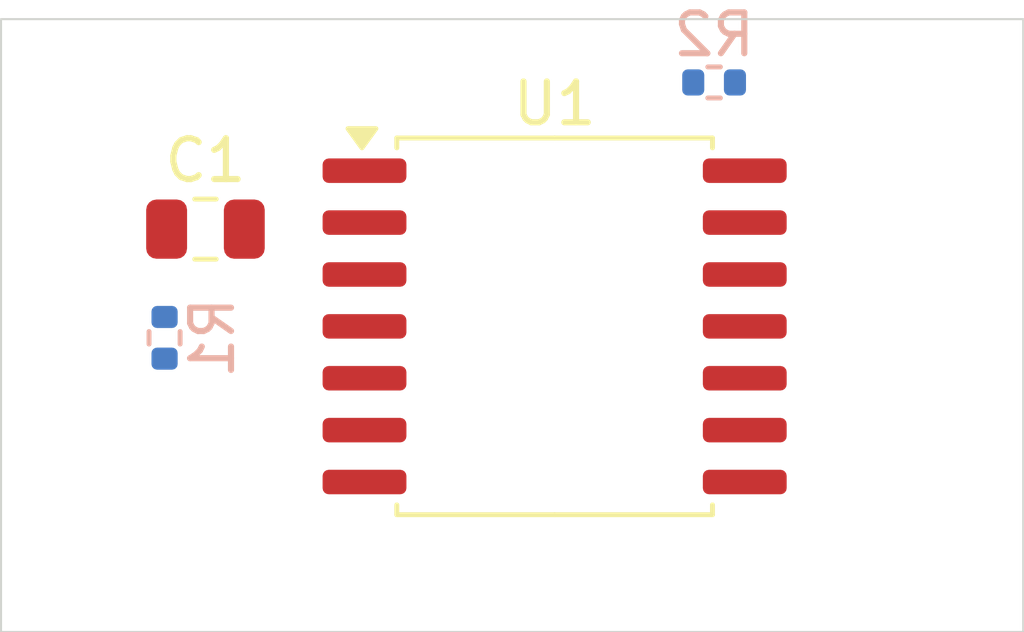
<source format=kicad_pcb>
(kicad_pcb (version 20241229) (generator "pcbnew") (generator_version "9.0")
  (layers (0 "F.Cu" signal) (4 "In1.Cu" signal) (6 "In2.Cu" signal) (2 "B.Cu" signal) (13 "F.Paste" user) (15 "B.Paste" user) (5 "F.SilkS" user "F.Silkscreen") (7 "B.SilkS" user "B.Silkscreen") (1 "F.Mask" user) (3 "B.Mask" user) (25 "Edge.Cuts" user))
  (net 0 "")
  (net 1 "GND")
  (net 2 "Net-(C1-Pad1)")
  (net 3 "VCC")
  (net 4 "Net-(U1-OUT)")
  (net 5 "Net-(U1-FB)")
  (footprint "Capacitor_SMD:C_0805_2012Metric" (layer "F.Cu") (at 110 75.14)
    (property "Reference" "C1" (at 0 -1.68 0) (layer "F.SilkS"))
    (property "Value" "C")
    (fp_line (start -0.261252 -0.735) (end 0.261252 -0.735) (stroke (width 0.12)) (layer "F.SilkS"))
    (fp_line (start -0.261252 0.735) (end 0.261252 0.735) (stroke (width 0.12)) (layer "F.SilkS"))
    (pad "1" smd roundrect (at -0.95 0) (size 1 1.45) (layers "F.Cu" "F.Mask" "F.Paste") (net 2 "Net-(C1-Pad1)"))
    (pad "2" smd roundrect (at 0.95 0) (size 1 1.45) (layers "F.Cu" "F.Mask" "F.Paste") (net 1 "GND"))
  )
  (footprint "Package_SO:SOIC-14W_7.5x9mm_P1.27mm" (layer "F.Cu") (at 118.54 77.52)
    (property "Reference" "U1" (at 0 -5.45 0) (layer "F.SilkS"))
    (property "Value" "LM2574HVM-3.3")
    (fp_line (start -3.86 -4.61) (end -3.86 -4.37) (stroke (width 0.12)) (layer "F.SilkS"))
    (fp_line (start -3.86 4.61) (end -3.86 4.37) (stroke (width 0.12)) (layer "F.SilkS"))
    (fp_line (start 0 -4.61) (end -3.86 -4.61) (stroke (width 0.12)) (layer "F.SilkS"))
    (fp_line (start 0 -4.61) (end 3.86 -4.61) (stroke (width 0.12)) (layer "F.SilkS"))
    (fp_line (start 0 4.61) (end -3.86 4.61) (stroke (width 0.12)) (layer "F.SilkS"))
    (fp_line (start 0 4.61) (end 3.86 4.61) (stroke (width 0.12)) (layer "F.SilkS"))
    (fp_line (start 3.86 -4.61) (end 3.86 -4.37) (stroke (width 0.12)) (layer "F.SilkS"))
    (fp_line (start 3.86 4.61) (end 3.86 4.37) (stroke (width 0.12)) (layer "F.SilkS"))
    (fp_poly (pts (xy -4.7125 -4.37) (xy -5.0525 -4.84) (xy -4.3725 -4.84)) (stroke (width 0.12)) (fill yes) (layer "F.SilkS"))
    (pad "1" smd roundrect (at -4.65 -3.81) (size 2.05 0.6) (layers "F.Cu" "F.Mask" "F.Paste"))
    (pad "2" smd roundrect (at -4.65 -2.54) (size 2.05 0.6) (layers "F.Cu" "F.Mask" "F.Paste"))
    (pad "3" smd roundrect (at -4.65 -1.27) (size 2.05 0.6) (layers "F.Cu" "F.Mask" "F.Paste") (net 5 "Net-(U1-FB)"))
    (pad "4" smd roundrect (at -4.65 0) (size 2.05 0.6) (layers "F.Cu" "F.Mask" "F.Paste") (net 1 "GND"))
    (pad "5" smd roundrect (at -4.65 1.27) (size 2.05 0.6) (layers "F.Cu" "F.Mask" "F.Paste") (net 3 "VCC"))
    (pad "6" smd roundrect (at -4.65 2.54) (size 2.05 0.6) (layers "F.Cu" "F.Mask" "F.Paste") (net 1 "GND"))
    (pad "7" smd roundrect (at -4.65 3.81) (size 2.05 0.6) (layers "F.Cu" "F.Mask" "F.Paste"))
    (pad "8" smd roundrect (at 4.65 3.81) (size 2.05 0.6) (layers "F.Cu" "F.Mask" "F.Paste"))
    (pad "9" smd roundrect (at 4.65 2.54) (size 2.05 0.6) (layers "F.Cu" "F.Mask" "F.Paste"))
    (pad "10" smd roundrect (at 4.65 1.27) (size 2.05 0.6) (layers "F.Cu" "F.Mask" "F.Paste") (net 3 "VCC"))
    (pad "11" smd roundrect (at 4.65 0) (size 2.05 0.6) (layers "F.Cu" "F.Mask" "F.Paste"))
    (pad "12" smd roundrect (at 4.65 -1.27) (size 2.05 0.6) (layers "F.Cu" "F.Mask" "F.Paste") (net 4 "Net-(U1-OUT)"))
    (pad "13" smd roundrect (at 4.65 -2.54) (size 2.05 0.6) (layers "F.Cu" "F.Mask" "F.Paste"))
    (pad "14" smd roundrect (at 4.65 -3.81) (size 2.05 0.6) (layers "F.Cu" "F.Mask" "F.Paste"))
  )
  (footprint "Resistor_SMD:R_0402_1005Metric" (layer "B.Cu") (at 109 77.8 90)
    (property "Reference" "R1" (at 0 1.17 90) (layer "B.SilkS") (effects (justify mirror)))
    (property "Value" "R")
    (fp_line (start -0.153641 -0.38) (end 0.153641 -0.38) (stroke (width 0.12)) (layer "B.SilkS"))
    (fp_line (start -0.153641 0.38) (end 0.153641 0.38) (stroke (width 0.12)) (layer "B.SilkS"))
    (pad "1" smd roundrect (at -0.51 0 90) (size 0.54 0.64) (layers "B.Cu" "B.Mask" "B.Paste") (net 3 "VCC"))
    (pad "2" smd roundrect (at 0.51 0 90) (size 0.54 0.64) (layers "B.Cu" "B.Mask" "B.Paste") (net 2 "Net-(C1-Pad1)"))
  )
  (footprint "Resistor_SMD:R_0402_1005Metric" (layer "B.Cu") (at 122.44 71.55 180)
    (property "Reference" "R2" (at 0 1.17 0) (layer "B.SilkS") (effects (justify mirror)))
    (property "Value" "R")
    (fp_line (start -0.153641 0.38) (end 0.153641 0.38) (stroke (width 0.12)) (layer "B.SilkS"))
    (fp_line (start -0.153641 -0.38) (end 0.153641 -0.38) (stroke (width 0.12)) (layer "B.SilkS"))
    (pad "1" smd roundrect (at -0.51 0 180) (size 0.54 0.64) (layers "B.Cu" "B.Mask" "B.Paste") (net 5 "Net-(U1-FB)"))
    (pad "2" smd roundrect (at 0.51 0 180) (size 0.54 0.64) (layers "B.Cu" "B.Mask" "B.Paste") (net 4 "Net-(U1-OUT)"))
  )
  (gr_rect (start 105 70) (end 130 85) (stroke (width 0.05)) (fill no) (layer "Edge.Cuts"))
)
</source>
